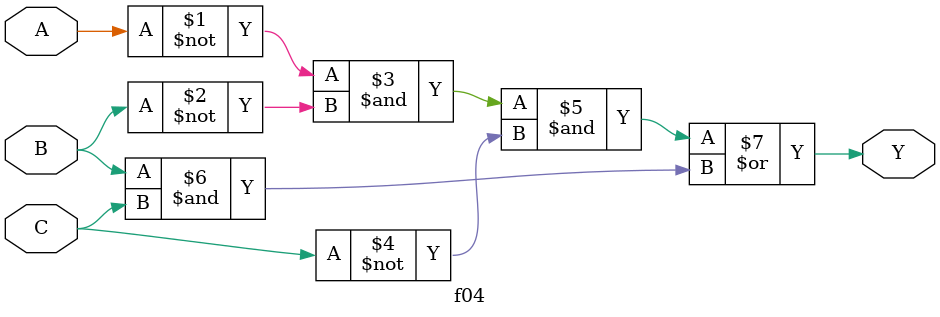
<source format=v>


module t01(input wire A, B , C , output wire Y); 

	wire notA, notB, notC, w1, w2, w3, w4; 
	not (notA, A); 
	not (notB, B); 
	not (notC, C); 
	and(w1, notB, notC); 
	and(w2, notA, notC); 
	and(w3, A, C); 
	and(w4, A, notB); 
	or(Y, w1,w2,w3,w4); 

endmodule 

// Ecuacion tabla02 

module t02(input wire A, B , C , output wire Y); 

	not(Y, B); 

endmodule

// Ecuacion tabla03

module t03(input wire A, B , C ,D, output wire Y); 

	wire notA, notB, notC, notD, w1, w2, w3, w4, w5, w6, w7, w8; 
	not (notA, A); 
	not (notB, B); 
	not (notC, C); 
	not (notD, D); 
	and (w1, notA,notB,notC,notD);
	and (w2, notA,notB,C,D);
	and (w3, notA,B,notC,D);
	and (w4, notA,B,C,notD);
	and (w5, A,B,notC,notD);
	and (w6, A,B,C,D);
	and (w7, A,notB,notC,D);
	and (w8, A,notB,C,notD);
	or (Y, w1 , w2, w3, w4, w5, w6, w7, w8); 

endmodule 

// Ecuacion tabla04

module t04(input wire A, B , C ,D, output wire Y); 

	wire notB, notC, notD, w1, w2, w3, w4; 
	not (notB, B); 
	not (notC, C); 
	not (notD, D); 
	and (w1, A,C);
	and (w2, B,D);
	and (w3, A,B);
	and (w4, notB,notC,notD);
	or (Y, w1 , w2, w3, w4); 
	
endmodule 

// ecuaciones de ejercicio 02 
// tipo de solucion por operadores logicos 

// Ecuacion minimizada 1 

module f01(input wire A, B, C, D, output wire Y); 

	assign Y = ~B | ~D | (~C & D) ; 
	
endmodule 

// Ecuacion minimizada 2

module f02(input wire A, B, C, output wire Y); 

	assign Y = (~A & ~B) | A | ~B | C ; 

endmodule 

// Ecuacion minimizada 3

module f03(input wire A, B, C, D, output wire Y); 

	assign Y = (~A & ~B & ~C) | (A & D) ; 

endmodule 

// Ecuacion minimizada 4 

module f04(input wire A, B, C, output wire Y); 

	assign Y = (~A & ~B & ~C) | (B & C) ; 

endmodule 





















</source>
